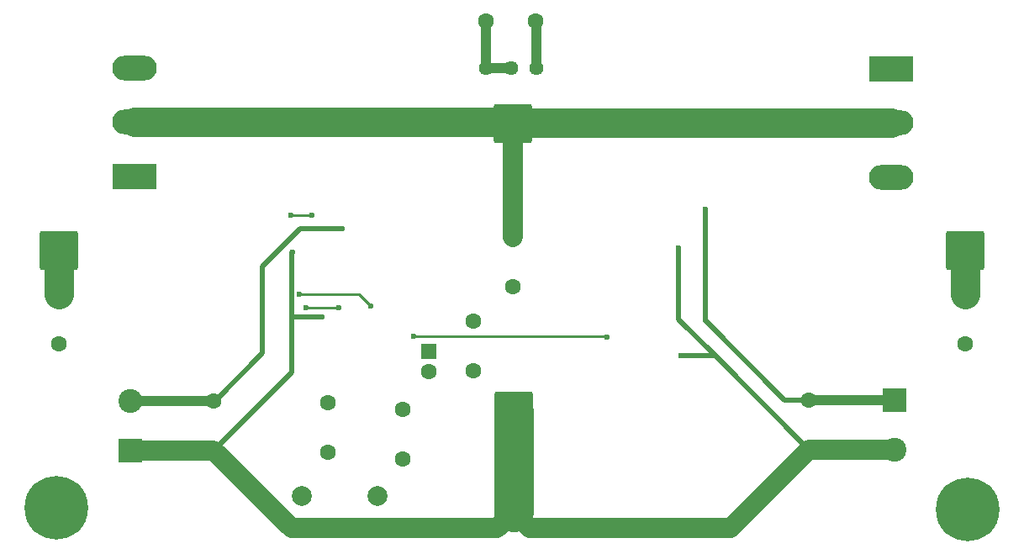
<source format=gbr>
G04 #@! TF.GenerationSoftware,KiCad,Pcbnew,(6.0.1-0)*
G04 #@! TF.CreationDate,2022-01-24T19:37:36+01:00*
G04 #@! TF.ProjectId,amp-mosfet-80w,616d702d-6d6f-4736-9665-742d3830772e,rev?*
G04 #@! TF.SameCoordinates,Original*
G04 #@! TF.FileFunction,Copper,L2,Bot*
G04 #@! TF.FilePolarity,Positive*
%FSLAX46Y46*%
G04 Gerber Fmt 4.6, Leading zero omitted, Abs format (unit mm)*
G04 Created by KiCad (PCBNEW (6.0.1-0)) date 2022-01-24 19:37:36*
%MOMM*%
%LPD*%
G01*
G04 APERTURE LIST*
G04 Aperture macros list*
%AMRoundRect*
0 Rectangle with rounded corners*
0 $1 Rounding radius*
0 $2 $3 $4 $5 $6 $7 $8 $9 X,Y pos of 4 corners*
0 Add a 4 corners polygon primitive as box body*
4,1,4,$2,$3,$4,$5,$6,$7,$8,$9,$2,$3,0*
0 Add four circle primitives for the rounded corners*
1,1,$1+$1,$2,$3*
1,1,$1+$1,$4,$5*
1,1,$1+$1,$6,$7*
1,1,$1+$1,$8,$9*
0 Add four rect primitives between the rounded corners*
20,1,$1+$1,$2,$3,$4,$5,0*
20,1,$1+$1,$4,$5,$6,$7,0*
20,1,$1+$1,$6,$7,$8,$9,0*
20,1,$1+$1,$8,$9,$2,$3,0*%
G04 Aperture macros list end*
G04 #@! TA.AperFunction,ComponentPad*
%ADD10C,1.600000*%
G04 #@! TD*
G04 #@! TA.AperFunction,ComponentPad*
%ADD11R,1.600000X1.600000*%
G04 #@! TD*
G04 #@! TA.AperFunction,ComponentPad*
%ADD12R,2.400000X2.400000*%
G04 #@! TD*
G04 #@! TA.AperFunction,ComponentPad*
%ADD13C,2.400000*%
G04 #@! TD*
G04 #@! TA.AperFunction,ComponentPad*
%ADD14C,2.000000*%
G04 #@! TD*
G04 #@! TA.AperFunction,ComponentPad*
%ADD15RoundRect,0.250001X-1.699999X-1.699999X1.699999X-1.699999X1.699999X1.699999X-1.699999X1.699999X0*%
G04 #@! TD*
G04 #@! TA.AperFunction,ComponentPad*
%ADD16C,6.400000*%
G04 #@! TD*
G04 #@! TA.AperFunction,ComponentPad*
%ADD17C,0.800000*%
G04 #@! TD*
G04 #@! TA.AperFunction,ComponentPad*
%ADD18C,1.440000*%
G04 #@! TD*
G04 #@! TA.AperFunction,ComponentPad*
%ADD19R,4.500000X2.500000*%
G04 #@! TD*
G04 #@! TA.AperFunction,ComponentPad*
%ADD20O,4.500000X2.500000*%
G04 #@! TD*
G04 #@! TA.AperFunction,ViaPad*
%ADD21C,0.600000*%
G04 #@! TD*
G04 #@! TA.AperFunction,Conductor*
%ADD22C,0.500000*%
G04 #@! TD*
G04 #@! TA.AperFunction,Conductor*
%ADD23C,4.000000*%
G04 #@! TD*
G04 #@! TA.AperFunction,Conductor*
%ADD24C,2.000000*%
G04 #@! TD*
G04 #@! TA.AperFunction,Conductor*
%ADD25C,3.000000*%
G04 #@! TD*
G04 #@! TA.AperFunction,Conductor*
%ADD26C,1.000000*%
G04 #@! TD*
G04 #@! TA.AperFunction,Conductor*
%ADD27C,0.250000*%
G04 #@! TD*
G04 APERTURE END LIST*
D10*
X140800000Y-85037500D03*
X140800000Y-90037500D03*
D11*
X150939500Y-79883000D03*
D10*
X150939500Y-81883000D03*
X155448000Y-76835000D03*
X155448000Y-81835000D03*
X189230000Y-84789000D03*
X189230000Y-89789000D03*
D12*
X197866000Y-84772500D03*
D13*
X197866000Y-89772500D03*
D10*
X159385000Y-68326000D03*
X159385000Y-73326000D03*
D14*
X138190000Y-94458500D03*
X145746500Y-94458500D03*
D15*
X204978000Y-69723000D03*
X159385000Y-56896000D03*
X159448500Y-85852000D03*
X159448500Y-96012000D03*
D16*
X113411000Y-95631000D03*
D17*
X113411000Y-93231000D03*
X113411000Y-98031000D03*
X111713944Y-93933944D03*
X111011000Y-95631000D03*
X115108056Y-93933944D03*
X111713944Y-97328056D03*
X115108056Y-97328056D03*
X115811000Y-95631000D03*
X203534944Y-94060944D03*
X206929056Y-97455056D03*
D16*
X205232000Y-95758000D03*
D17*
X202832000Y-95758000D03*
X205232000Y-98158000D03*
X203534944Y-97455056D03*
X206929056Y-94060944D03*
X205232000Y-93358000D03*
X207632000Y-95758000D03*
D10*
X204978000Y-74104500D03*
X204978000Y-79104500D03*
X129286000Y-89836000D03*
X129286000Y-84836000D03*
D12*
X120904000Y-89836000D03*
D13*
X120904000Y-84836000D03*
D15*
X113665000Y-69723000D03*
D10*
X113665000Y-79104500D03*
X113665000Y-74104500D03*
X156718000Y-46609000D03*
X161718000Y-46609000D03*
D18*
X161798000Y-51308000D03*
X159258000Y-51308000D03*
X156718000Y-51308000D03*
D10*
X148300000Y-85737500D03*
X148300000Y-90737500D03*
D19*
X121285000Y-62230000D03*
D20*
X121285000Y-56780000D03*
X121285000Y-51330000D03*
D19*
X197485000Y-51435000D03*
D20*
X197485000Y-56885000D03*
X197485000Y-62335000D03*
D21*
X140150000Y-76400000D03*
X176300000Y-80300000D03*
X176100000Y-69500000D03*
X137200000Y-69850000D03*
X178800000Y-76700000D03*
X178800000Y-65588000D03*
X141850000Y-75450000D03*
X138550000Y-75450000D03*
X168846500Y-78417000D03*
X149400000Y-78400000D03*
X137050000Y-66200000D03*
X139200000Y-66200000D03*
X137900000Y-74150000D03*
X145100000Y-75350000D03*
X134200000Y-74400000D03*
X142250000Y-67550000D03*
D22*
X137150978Y-76400000D02*
X137150489Y-76399511D01*
D23*
X159448500Y-96012000D02*
X159448500Y-85852000D01*
D24*
X181369000Y-97650000D02*
X161086500Y-97650000D01*
X157760500Y-97700000D02*
X159448500Y-96012000D01*
D22*
X137150489Y-69899511D02*
X137150489Y-76399511D01*
D24*
X161086500Y-97650000D02*
X159448500Y-96012000D01*
D22*
X179650000Y-80300000D02*
X179695500Y-80254500D01*
D24*
X137150000Y-97700000D02*
X157760500Y-97700000D01*
D22*
X176100000Y-76659000D02*
X176100000Y-69500000D01*
D24*
X189230000Y-89789000D02*
X181369000Y-97650000D01*
D22*
X176300000Y-80300000D02*
X179650000Y-80300000D01*
D24*
X129286000Y-89836000D02*
X137150000Y-97700000D01*
D22*
X137150489Y-81971511D02*
X129286000Y-89836000D01*
X137200000Y-69850000D02*
X137150489Y-69899511D01*
D24*
X189230000Y-89789000D02*
X197849500Y-89789000D01*
D22*
X189230000Y-89789000D02*
X179695500Y-80254500D01*
X137150489Y-76399511D02*
X137150489Y-81971511D01*
X140150000Y-76400000D02*
X137150978Y-76400000D01*
D24*
X129286000Y-89836000D02*
X120904000Y-89836000D01*
D22*
X179695500Y-80254500D02*
X176100000Y-76659000D01*
D25*
X159396000Y-56885000D02*
X197485000Y-56885000D01*
D24*
X159385000Y-56896000D02*
X159385000Y-68326000D01*
D25*
X159269000Y-56780000D02*
X121285000Y-56780000D01*
D26*
X159258000Y-51308000D02*
X156718000Y-51308000D01*
X156718000Y-51308000D02*
X156718000Y-46609000D01*
D22*
X178800000Y-65588000D02*
X178800000Y-76700000D01*
X189230000Y-84789000D02*
X186789000Y-84789000D01*
D26*
X197866000Y-84772500D02*
X189246500Y-84772500D01*
D22*
X186789000Y-84789000D02*
X178750000Y-76750000D01*
X178800000Y-76700000D02*
X178750000Y-76750000D01*
D25*
X204978000Y-74104500D02*
X204978000Y-69723000D01*
X113665000Y-74104500D02*
X113665000Y-69723000D01*
D27*
X141850000Y-75450000D02*
X138550000Y-75450000D01*
X168829500Y-78400000D02*
X168846500Y-78417000D01*
X149400000Y-78400000D02*
X168829500Y-78400000D01*
X139200000Y-66200000D02*
X137050000Y-66200000D01*
D26*
X161798000Y-51308000D02*
X161798000Y-46689000D01*
D27*
X143900000Y-74150000D02*
X137900000Y-74150000D01*
X145100000Y-75350000D02*
X143900000Y-74150000D01*
D22*
X142250000Y-67550000D02*
X137950000Y-67550000D01*
X129414000Y-84836000D02*
X129286000Y-84836000D01*
X137950000Y-67550000D02*
X134200000Y-71300000D01*
D26*
X129286000Y-84836000D02*
X120904000Y-84836000D01*
D22*
X134200000Y-80050000D02*
X129414000Y-84836000D01*
X134200000Y-74400000D02*
X134200000Y-80050000D01*
X134200000Y-71300000D02*
X134200000Y-74400000D01*
M02*

</source>
